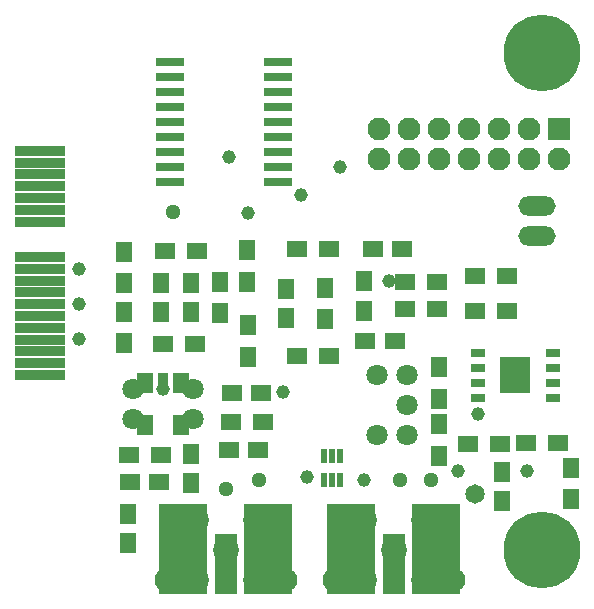
<source format=gts>
G04 #@! TF.FileFunction,Soldermask,Top*
%FSLAX46Y46*%
G04 Gerber Fmt 4.6, Leading zero omitted, Abs format (unit mm)*
G04 Created by KiCad (PCBNEW 4.0.2-4+6225~38~ubuntu14.04.1-stable) date Tue 19 Apr 2016 03:22:28 PM EDT*
%MOMM*%
G01*
G04 APERTURE LIST*
%ADD10C,0.100000*%
%ADD11R,1.952400X1.952400*%
%ADD12C,1.952400*%
%ADD13R,4.352400X0.852400*%
%ADD14R,2.352400X0.752400*%
%ADD15R,1.402400X1.652400*%
%ADD16R,1.652400X1.402400*%
%ADD17R,1.452400X1.652400*%
%ADD18C,1.295400*%
%ADD19R,0.552400X1.152400*%
%ADD20O,3.167380X1.658620*%
%ADD21R,1.952400X5.152400*%
%ADD22R,4.112400X7.696200*%
%ADD23C,2.184400*%
%ADD24R,1.652400X1.452400*%
%ADD25C,1.803400*%
%ADD26C,1.653540*%
%ADD27R,1.295400X0.660400*%
%ADD28R,2.641600X3.149600*%
%ADD29C,6.502400*%
%ADD30C,1.168400*%
%ADD31R,0.914400X1.168400*%
%ADD32R,1.422400X1.676400*%
G04 APERTURE END LIST*
D10*
D11*
X47480000Y-10404000D03*
D12*
X44940000Y-10404000D03*
X42400000Y-10404000D03*
X39860000Y-10404000D03*
X37320000Y-10404000D03*
X34780000Y-10404000D03*
X47480000Y-12944000D03*
X44940000Y-12944000D03*
X42400000Y-12944000D03*
X39860000Y-12944000D03*
X37320000Y-12944000D03*
X34780000Y-12944000D03*
X32240000Y-12944000D03*
X32240000Y-10404000D03*
D13*
X3550000Y-31200000D03*
X3550000Y-30200000D03*
X3550000Y-29200000D03*
X3550000Y-28200000D03*
X3550000Y-27200000D03*
X3550000Y-26200000D03*
X3550000Y-25200000D03*
X3550000Y-24200000D03*
X3550000Y-23200000D03*
X3550000Y-22200000D03*
X3550000Y-21200000D03*
X3550000Y-18200000D03*
X3550000Y-17200000D03*
X3550000Y-16200000D03*
X3550000Y-15200000D03*
X3550000Y-14200000D03*
X3550000Y-13200000D03*
X3550000Y-12200000D03*
D14*
X14550000Y-4720000D03*
X14550000Y-5990000D03*
X14550000Y-7260000D03*
X14550000Y-8530000D03*
X14550000Y-9800000D03*
X14550000Y-11070000D03*
X14550000Y-12340000D03*
X14550000Y-13610000D03*
X14550000Y-14880000D03*
X23750000Y-4720000D03*
X23750000Y-5990000D03*
X23750000Y-7260000D03*
X23750000Y-8530000D03*
X23750000Y-9800000D03*
X23750000Y-11070000D03*
X23750000Y-12340000D03*
X23750000Y-13610000D03*
X23750000Y-14880000D03*
D15*
X13825000Y-23378000D03*
X13825000Y-25878000D03*
X16365000Y-23378000D03*
X16365000Y-25878000D03*
X24366000Y-23886000D03*
X24366000Y-26386000D03*
X30970000Y-23251000D03*
X30970000Y-25751000D03*
D16*
X34252000Y-20564000D03*
X31752000Y-20564000D03*
X33617000Y-28311000D03*
X31117000Y-28311000D03*
D17*
X10650000Y-28518000D03*
X10650000Y-25818000D03*
X10650000Y-23438000D03*
X10650000Y-20738000D03*
D18*
X36685000Y-40122000D03*
X22080000Y-40122000D03*
X19286000Y-40884000D03*
X34018000Y-40122000D03*
D19*
X28938000Y-38090000D03*
X28288000Y-38090000D03*
X27638000Y-38090000D03*
X27638000Y-40040000D03*
X28288000Y-40040000D03*
X28938000Y-40040000D03*
D18*
X14841000Y-17389000D03*
D20*
X45600400Y-19395600D03*
X45600400Y-16855600D03*
D12*
X28430000Y-48567500D03*
X38590000Y-48567500D03*
D21*
X33510000Y-47187500D03*
D22*
X37130000Y-45925900D03*
X29890000Y-45925900D03*
D23*
X30970000Y-48567500D03*
X36050000Y-48567500D03*
D12*
X33510000Y-48567500D03*
D23*
X36050000Y-43487500D03*
X30970000Y-43487500D03*
X33510000Y-46027500D03*
D12*
X14206000Y-48567500D03*
X24366000Y-48567500D03*
D21*
X19286000Y-47187500D03*
D22*
X22906000Y-45925900D03*
X15666000Y-45925900D03*
D23*
X16746000Y-48567500D03*
X21826000Y-48567500D03*
D12*
X19286000Y-48567500D03*
D23*
X21826000Y-43487500D03*
X16746000Y-43487500D03*
X19286000Y-46027500D03*
D15*
X42654000Y-41880000D03*
X42654000Y-39380000D03*
D17*
X48496000Y-41726000D03*
X48496000Y-39026000D03*
X37320000Y-38043000D03*
X37320000Y-35343000D03*
X37320000Y-30517000D03*
X37320000Y-33217000D03*
D24*
X34446000Y-23358000D03*
X37146000Y-23358000D03*
X37146000Y-25644000D03*
X34446000Y-25644000D03*
X40415000Y-25771000D03*
X43115000Y-25771000D03*
X40415000Y-22850000D03*
X43115000Y-22850000D03*
X47433000Y-36947000D03*
X44733000Y-36947000D03*
X42480000Y-37074000D03*
X39780000Y-37074000D03*
X14126000Y-20691000D03*
X16826000Y-20691000D03*
X16699000Y-28565000D03*
X13999000Y-28565000D03*
D17*
X21064000Y-20611000D03*
X21064000Y-23311000D03*
X21191000Y-29661000D03*
X21191000Y-26961000D03*
D24*
X25302000Y-20564000D03*
X28002000Y-20564000D03*
X25302000Y-29581000D03*
X28002000Y-29581000D03*
D25*
X34653000Y-36312000D03*
X34653000Y-33772000D03*
X34653000Y-31232000D03*
X32113000Y-31232000D03*
X32113000Y-36312000D03*
D26*
X40368000Y-41265000D03*
D27*
X40622000Y-33137000D03*
X40622000Y-31867000D03*
X40622000Y-30597000D03*
X40622000Y-29327000D03*
X46972000Y-29327000D03*
X46972000Y-30597000D03*
X46972000Y-31867000D03*
X46972000Y-33137000D03*
D28*
X43797000Y-31232000D03*
D29*
X46049980Y-3899060D03*
X46049980Y-45999560D03*
D25*
X16492000Y-32375000D03*
D30*
X13952000Y-32375000D03*
D25*
X11412000Y-32375000D03*
X11412000Y-34915000D03*
X16492000Y-34915000D03*
D31*
X13952000Y-31613000D03*
D32*
X12428000Y-31867000D03*
X15476000Y-31867000D03*
X12428000Y-35423000D03*
X15476000Y-35423000D03*
D15*
X11031000Y-42936000D03*
X11031000Y-45436000D03*
X16365000Y-37856000D03*
X16365000Y-40356000D03*
D16*
X22060000Y-37582000D03*
X19560000Y-37582000D03*
D24*
X11078000Y-37963000D03*
X13778000Y-37963000D03*
X19714000Y-35169000D03*
X22414000Y-35169000D03*
D16*
X13678000Y-40249000D03*
X11178000Y-40249000D03*
X22314000Y-32756000D03*
X19814000Y-32756000D03*
D17*
X18778000Y-25978000D03*
X18778000Y-23278000D03*
X27668000Y-26486000D03*
X27668000Y-23786000D03*
D30*
X26144000Y-39868000D03*
X25636000Y-15992000D03*
X6850000Y-25200000D03*
X6840000Y-28184000D03*
X6850000Y-22200000D03*
X33129000Y-23231000D03*
X30970000Y-40122000D03*
X19540000Y-12740800D03*
X28938000Y-13579000D03*
X21191000Y-17516000D03*
X44813000Y-39360000D03*
X38971000Y-39360000D03*
X40622000Y-34534000D03*
X24112000Y-32629000D03*
M02*

</source>
